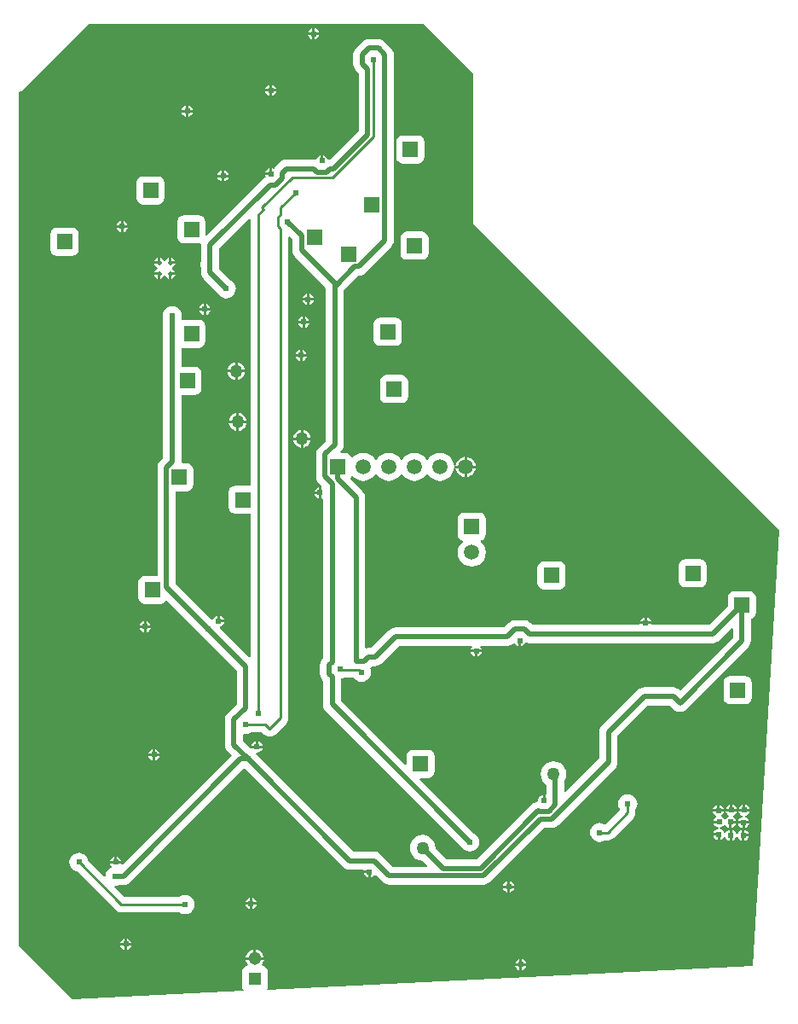
<source format=gbl>
G04 Layer_Physical_Order=2*
G04 Layer_Color=16711680*
%FSLAX25Y25*%
%MOIN*%
G70*
G01*
G75*
%ADD46C,0.01000*%
%ADD47C,0.02000*%
%ADD52C,0.05150*%
%ADD53R,0.05150X0.05150*%
%ADD54R,0.05905X0.05905*%
%ADD55C,0.05905*%
%ADD56R,0.05905X0.05905*%
%ADD57C,0.02400*%
%ADD58C,0.01968*%
%ADD59C,0.05000*%
G36*
X184600Y367200D02*
Y308800D01*
X304300Y189100D01*
X293900Y18700D01*
X104158Y9288D01*
X103911Y9723D01*
X104130Y10050D01*
X104324Y11025D01*
Y16175D01*
X104130Y17150D01*
X103577Y17977D01*
X102750Y18530D01*
X102166Y18646D01*
X101959Y19197D01*
X102323Y19671D01*
X102683Y20541D01*
X102740Y20974D01*
X99200D01*
X95660D01*
X95717Y20541D01*
X96077Y19671D01*
X96441Y19197D01*
X96234Y18646D01*
X95650Y18530D01*
X94823Y17977D01*
X94270Y17150D01*
X94076Y16175D01*
Y11025D01*
X94270Y10050D01*
X94757Y9322D01*
X94603Y8814D01*
X27800Y5500D01*
X7000Y26300D01*
Y360002D01*
X7433Y360253D01*
X7700Y360100D01*
X34100Y386500D01*
X165300D01*
X184600Y367200D01*
D02*
G37*
%LPC*%
G36*
X59300Y100700D02*
X57656D01*
X57728Y100342D01*
X58214Y99614D01*
X58942Y99128D01*
X59300Y99056D01*
Y100700D01*
D02*
G37*
G36*
X291000Y81644D02*
Y80000D01*
X292644D01*
X292572Y80358D01*
X292086Y81086D01*
X291358Y81572D01*
X291000Y81644D01*
D02*
G37*
G36*
X290000D02*
X289642Y81572D01*
X288914Y81086D01*
X288428Y80358D01*
X288356Y80000D01*
X290000D01*
Y81644D01*
D02*
G37*
G36*
X60300Y103344D02*
Y101700D01*
X61944D01*
X61872Y102058D01*
X61386Y102786D01*
X60658Y103272D01*
X60300Y103344D01*
D02*
G37*
G36*
X290953Y131902D02*
X285047D01*
X284072Y131708D01*
X283245Y131155D01*
X282692Y130328D01*
X282498Y129353D01*
Y123447D01*
X282692Y122472D01*
X283245Y121645D01*
X284072Y121092D01*
X285047Y120898D01*
X290953D01*
X291928Y121092D01*
X292755Y121645D01*
X293308Y122472D01*
X293502Y123447D01*
Y129353D01*
X293308Y130328D01*
X292755Y131155D01*
X291928Y131708D01*
X290953Y131902D01*
D02*
G37*
G36*
X61944Y100700D02*
X60300D01*
Y99056D01*
X60658Y99128D01*
X61386Y99614D01*
X61872Y100342D01*
X61944Y100700D01*
D02*
G37*
G36*
X59300Y103344D02*
X58942Y103272D01*
X58214Y102786D01*
X57728Y102058D01*
X57656Y101700D01*
X59300D01*
Y103344D01*
D02*
G37*
G36*
X287644Y79000D02*
X283356D01*
X283428Y78642D01*
X283914Y77914D01*
X284576Y77472D01*
X284586Y77205D01*
X284523Y76951D01*
X284300Y76907D01*
X283572Y76421D01*
X283294Y76005D01*
X282700Y76016D01*
X282386Y76486D01*
X281658Y76972D01*
X281634Y76977D01*
X281528Y77508D01*
X281986Y77814D01*
X282472Y78542D01*
X282544Y78900D01*
X278256D01*
X278328Y78542D01*
X278814Y77814D01*
X279542Y77328D01*
X279566Y77323D01*
X279672Y76792D01*
X279214Y76486D01*
X278728Y75758D01*
X278656Y75400D01*
X280800D01*
Y74400D01*
X278656D01*
X278728Y74042D01*
X279214Y73314D01*
X279942Y72828D01*
X280458Y72725D01*
X280459Y72725D01*
Y72215D01*
X280441Y72211D01*
X279742Y72072D01*
X279014Y71586D01*
X278528Y70858D01*
X278456Y70500D01*
X280600D01*
Y70000D01*
X281100D01*
Y67856D01*
X281458Y67928D01*
X282186Y68414D01*
X282661Y69125D01*
X282736Y69137D01*
X283175Y69106D01*
X283228Y68842D01*
X283714Y68114D01*
X284442Y67628D01*
X284800Y67556D01*
Y69700D01*
Y71844D01*
X284442Y71772D01*
X283714Y71286D01*
X283239Y70575D01*
X283164Y70563D01*
X282725Y70594D01*
X282672Y70858D01*
X282186Y71586D01*
X281458Y72072D01*
X280942Y72175D01*
X280941Y72175D01*
Y72685D01*
X280959Y72689D01*
X281658Y72828D01*
X282386Y73314D01*
X282664Y73730D01*
X283258Y73719D01*
X283572Y73248D01*
X284300Y72762D01*
X284658Y72691D01*
Y74835D01*
X285158D01*
Y75335D01*
X287302D01*
X287231Y75693D01*
X286744Y76421D01*
X286083Y76863D01*
X286072Y77129D01*
X286135Y77383D01*
X286358Y77428D01*
X287086Y77914D01*
X287572Y78642D01*
X287644Y79000D01*
D02*
G37*
G36*
X292644D02*
X288356D01*
X288428Y78642D01*
X288914Y77914D01*
X289642Y77428D01*
X289907Y77375D01*
Y76865D01*
X289442Y76772D01*
X288714Y76286D01*
X288228Y75558D01*
X288156Y75200D01*
X292444D01*
X292372Y75558D01*
X291886Y76286D01*
X291158Y76772D01*
X290893Y76825D01*
Y77335D01*
X291358Y77428D01*
X292086Y77914D01*
X292572Y78642D01*
X292644Y79000D01*
D02*
G37*
G36*
X245000Y85732D02*
X244034Y85605D01*
X243134Y85232D01*
X242361Y84639D01*
X241768Y83866D01*
X241395Y82966D01*
X241268Y82000D01*
X241395Y81034D01*
X241768Y80134D01*
X241974Y79865D01*
Y79753D01*
X236085Y73864D01*
X235866Y74032D01*
X234966Y74405D01*
X234000Y74532D01*
X233034Y74405D01*
X232134Y74032D01*
X231361Y73439D01*
X230768Y72666D01*
X230395Y71766D01*
X230268Y70800D01*
X230395Y69834D01*
X230768Y68934D01*
X231361Y68161D01*
X232134Y67568D01*
X233034Y67195D01*
X234000Y67068D01*
X234966Y67195D01*
X235866Y67568D01*
X236135Y67774D01*
X237300D01*
X238083Y67877D01*
X238813Y68180D01*
X239440Y68660D01*
X247140Y76360D01*
X247140Y76360D01*
X247621Y76987D01*
X247923Y77717D01*
X248026Y78500D01*
Y79865D01*
X248232Y80134D01*
X248605Y81034D01*
X248732Y82000D01*
X248605Y82966D01*
X248232Y83866D01*
X247639Y84639D01*
X246866Y85232D01*
X245966Y85605D01*
X245000Y85732D01*
D02*
G37*
G36*
X279900Y81544D02*
X279542Y81472D01*
X278814Y80986D01*
X278328Y80258D01*
X278256Y79900D01*
X279900D01*
Y81544D01*
D02*
G37*
G36*
X286000Y81644D02*
Y80000D01*
X287644D01*
X287572Y80358D01*
X287086Y81086D01*
X286358Y81572D01*
X286000Y81644D01*
D02*
G37*
G36*
X285000D02*
X284642Y81572D01*
X283914Y81086D01*
X283428Y80358D01*
X283356Y80000D01*
X285000D01*
Y81644D01*
D02*
G37*
G36*
X280900Y81544D02*
Y79900D01*
X282544D01*
X282472Y80258D01*
X281986Y80986D01*
X281258Y81472D01*
X280900Y81544D01*
D02*
G37*
G36*
X186953Y195702D02*
X181047D01*
X180072Y195508D01*
X179245Y194955D01*
X178692Y194128D01*
X178498Y193153D01*
Y187247D01*
X178692Y186272D01*
X179245Y185445D01*
X180072Y184892D01*
X180340Y184839D01*
X180454Y184352D01*
X180111Y184089D01*
X179237Y182950D01*
X178688Y181623D01*
X178500Y180200D01*
X178688Y178777D01*
X179237Y177450D01*
X180111Y176311D01*
X181250Y175437D01*
X182577Y174888D01*
X184000Y174700D01*
X185424Y174888D01*
X186750Y175437D01*
X187889Y176311D01*
X188763Y177450D01*
X189312Y178777D01*
X189500Y180200D01*
X189312Y181623D01*
X188763Y182950D01*
X187889Y184089D01*
X187546Y184352D01*
X187660Y184839D01*
X187928Y184892D01*
X188755Y185445D01*
X189308Y186272D01*
X189502Y187247D01*
Y193153D01*
X189308Y194128D01*
X188755Y194955D01*
X187928Y195508D01*
X186953Y195702D01*
D02*
G37*
G36*
X273353Y177502D02*
X267447D01*
X266472Y177308D01*
X265645Y176755D01*
X265092Y175928D01*
X264898Y174953D01*
Y169047D01*
X265092Y168072D01*
X265645Y167245D01*
X266472Y166692D01*
X267447Y166498D01*
X273353D01*
X274328Y166692D01*
X275155Y167245D01*
X275708Y168072D01*
X275902Y169047D01*
Y174953D01*
X275708Y175928D01*
X275155Y176755D01*
X274328Y177308D01*
X273353Y177502D01*
D02*
G37*
G36*
X218153Y176702D02*
X212247D01*
X211272Y176508D01*
X210445Y175955D01*
X209892Y175128D01*
X209698Y174153D01*
Y168247D01*
X209892Y167272D01*
X210445Y166445D01*
X211272Y165892D01*
X212247Y165698D01*
X218153D01*
X219128Y165892D01*
X219955Y166445D01*
X220508Y167272D01*
X220702Y168247D01*
Y174153D01*
X220508Y175128D01*
X219955Y175955D01*
X219128Y176508D01*
X218153Y176702D01*
D02*
G37*
G36*
X181100Y213100D02*
X177679D01*
X177749Y212568D01*
X178147Y211607D01*
X178781Y210781D01*
X179607Y210147D01*
X180568Y209749D01*
X181100Y209679D01*
Y213100D01*
D02*
G37*
G36*
X182100Y217521D02*
Y214100D01*
X185521D01*
X185451Y214632D01*
X185053Y215593D01*
X184419Y216419D01*
X183593Y217053D01*
X182632Y217451D01*
X182100Y217521D01*
D02*
G37*
G36*
X181100D02*
X180568Y217451D01*
X179607Y217053D01*
X178781Y216419D01*
X178147Y215593D01*
X177749Y214632D01*
X177679Y214100D01*
X181100D01*
Y217521D01*
D02*
G37*
G36*
X185521Y213100D02*
X182100D01*
Y209679D01*
X182632Y209749D01*
X183593Y210147D01*
X184419Y210781D01*
X185053Y211607D01*
X185451Y212568D01*
X185521Y213100D01*
D02*
G37*
G36*
X55800Y153344D02*
X55442Y153272D01*
X54714Y152786D01*
X54228Y152058D01*
X54156Y151700D01*
X55800D01*
Y153344D01*
D02*
G37*
G36*
X58444Y150700D02*
X56800D01*
Y149056D01*
X57158Y149128D01*
X57886Y149614D01*
X58372Y150342D01*
X58444Y150700D01*
D02*
G37*
G36*
X55800D02*
X54156D01*
X54228Y150342D01*
X54714Y149614D01*
X55442Y149128D01*
X55800Y149056D01*
Y150700D01*
D02*
G37*
G36*
X56800Y153344D02*
Y151700D01*
X58444D01*
X58372Y152058D01*
X57886Y152786D01*
X57158Y153272D01*
X56800Y153344D01*
D02*
G37*
G36*
X85500Y155544D02*
Y153900D01*
X87144D01*
X87072Y154258D01*
X86586Y154986D01*
X85858Y155472D01*
X85500Y155544D01*
D02*
G37*
G36*
X252500Y154844D02*
Y153200D01*
X254144D01*
X254072Y153558D01*
X253586Y154286D01*
X252858Y154772D01*
X252500Y154844D01*
D02*
G37*
G36*
X251500D02*
X251142Y154772D01*
X250414Y154286D01*
X249928Y153558D01*
X249856Y153200D01*
X251500D01*
Y154844D01*
D02*
G37*
G36*
X49300Y29344D02*
Y27700D01*
X50944D01*
X50872Y28058D01*
X50386Y28786D01*
X49658Y29272D01*
X49300Y29344D01*
D02*
G37*
G36*
X48300D02*
X47942Y29272D01*
X47214Y28786D01*
X46728Y28058D01*
X46656Y27700D01*
X48300D01*
Y29344D01*
D02*
G37*
G36*
X50944Y26700D02*
X49300D01*
Y25056D01*
X49658Y25128D01*
X50386Y25614D01*
X50872Y26342D01*
X50944Y26700D01*
D02*
G37*
G36*
X97200Y42600D02*
X95556D01*
X95628Y42242D01*
X96114Y41514D01*
X96842Y41028D01*
X97200Y40956D01*
Y42600D01*
D02*
G37*
G36*
X98200Y45244D02*
Y43600D01*
X99844D01*
X99772Y43958D01*
X99286Y44686D01*
X98558Y45172D01*
X98200Y45244D01*
D02*
G37*
G36*
X97200D02*
X96842Y45172D01*
X96114Y44686D01*
X95628Y43958D01*
X95556Y43600D01*
X97200D01*
Y45244D01*
D02*
G37*
G36*
X99844Y42600D02*
X98200D01*
Y40956D01*
X98558Y41028D01*
X99286Y41514D01*
X99772Y42242D01*
X99844Y42600D01*
D02*
G37*
G36*
X202700Y21344D02*
X202342Y21272D01*
X201614Y20786D01*
X201128Y20058D01*
X201056Y19700D01*
X202700D01*
Y21344D01*
D02*
G37*
G36*
X205344Y18700D02*
X203700D01*
Y17056D01*
X204058Y17128D01*
X204786Y17614D01*
X205272Y18342D01*
X205344Y18700D01*
D02*
G37*
G36*
X202700D02*
X201056D01*
X201128Y18342D01*
X201614Y17614D01*
X202342Y17128D01*
X202700Y17056D01*
Y18700D01*
D02*
G37*
G36*
X203700Y21344D02*
Y19700D01*
X205344D01*
X205272Y20058D01*
X204786Y20786D01*
X204058Y21272D01*
X203700Y21344D01*
D02*
G37*
G36*
X48300Y26700D02*
X46656D01*
X46728Y26342D01*
X47214Y25614D01*
X47942Y25128D01*
X48300Y25056D01*
Y26700D01*
D02*
G37*
G36*
X99700Y25014D02*
Y21974D01*
X102740D01*
X102683Y22407D01*
X102323Y23277D01*
X101750Y24024D01*
X101003Y24597D01*
X100133Y24957D01*
X99700Y25014D01*
D02*
G37*
G36*
X98700D02*
X98267Y24957D01*
X97397Y24597D01*
X96650Y24024D01*
X96077Y23277D01*
X95717Y22407D01*
X95660Y21974D01*
X98700D01*
Y25014D01*
D02*
G37*
G36*
X289700Y71844D02*
X289342Y71772D01*
X288614Y71286D01*
X288128Y70558D01*
X288008Y69957D01*
X288005Y69941D01*
X287495D01*
X287492Y69957D01*
X287372Y70558D01*
X286886Y71286D01*
X286158Y71772D01*
X285800Y71844D01*
Y69700D01*
Y67556D01*
X286158Y67628D01*
X286886Y68114D01*
X287372Y68842D01*
X287492Y69443D01*
X287495Y69459D01*
X288005D01*
X288008Y69443D01*
X288128Y68842D01*
X288614Y68114D01*
X289342Y67628D01*
X289700Y67556D01*
Y69700D01*
Y71844D01*
D02*
G37*
G36*
X280100Y69500D02*
X278456D01*
X278528Y69142D01*
X279014Y68414D01*
X279742Y67928D01*
X280100Y67856D01*
Y69500D01*
D02*
G37*
G36*
X292344Y69200D02*
X290700D01*
Y67556D01*
X291058Y67628D01*
X291786Y68114D01*
X292272Y68842D01*
X292344Y69200D01*
D02*
G37*
G36*
X290700Y71844D02*
Y70200D01*
X292344D01*
X292272Y70558D01*
X291786Y71286D01*
X291058Y71772D01*
X290700Y71844D01*
D02*
G37*
G36*
X287302Y74335D02*
X285658D01*
Y72691D01*
X286017Y72762D01*
X286744Y73248D01*
X287231Y73976D01*
X287302Y74335D01*
D02*
G37*
G36*
X292444Y74200D02*
X290800D01*
Y72556D01*
X291158Y72628D01*
X291886Y73114D01*
X292372Y73842D01*
X292444Y74200D01*
D02*
G37*
G36*
X289800D02*
X288156D01*
X288228Y73842D01*
X288714Y73114D01*
X289442Y72628D01*
X289800Y72556D01*
Y74200D01*
D02*
G37*
G36*
X197900Y51744D02*
X197542Y51672D01*
X196814Y51186D01*
X196328Y50458D01*
X196256Y50100D01*
X197900D01*
Y51744D01*
D02*
G37*
G36*
X200544Y49100D02*
X198900D01*
Y47456D01*
X199258Y47528D01*
X199986Y48014D01*
X200472Y48742D01*
X200544Y49100D01*
D02*
G37*
G36*
X197900D02*
X196256D01*
X196328Y48742D01*
X196814Y48014D01*
X197542Y47528D01*
X197900Y47456D01*
Y49100D01*
D02*
G37*
G36*
X198900Y51744D02*
Y50100D01*
X200544D01*
X200472Y50458D01*
X199986Y51186D01*
X199258Y51672D01*
X198900Y51744D01*
D02*
G37*
G36*
X45300Y61344D02*
Y59700D01*
X46944D01*
X46872Y60058D01*
X46386Y60786D01*
X45658Y61272D01*
X45300Y61344D01*
D02*
G37*
G36*
X44300D02*
X43942Y61272D01*
X43214Y60786D01*
X42728Y60058D01*
X42656Y59700D01*
X44300D01*
Y61344D01*
D02*
G37*
G36*
X143500Y54900D02*
X141856D01*
X141928Y54542D01*
X142414Y53814D01*
X143142Y53328D01*
X143500Y53256D01*
Y54900D01*
D02*
G37*
G36*
X92000Y230700D02*
X89036D01*
X89090Y230286D01*
X89443Y229435D01*
X90004Y228704D01*
X90735Y228143D01*
X91586Y227790D01*
X92000Y227736D01*
Y230700D01*
D02*
G37*
G36*
X81744Y274700D02*
X80100D01*
Y273056D01*
X80458Y273128D01*
X81186Y273614D01*
X81672Y274342D01*
X81744Y274700D01*
D02*
G37*
G36*
X79100D02*
X77456D01*
X77528Y274342D01*
X78014Y273614D01*
X78742Y273128D01*
X79100Y273056D01*
Y274700D01*
D02*
G37*
G36*
Y277344D02*
X78742Y277272D01*
X78014Y276786D01*
X77528Y276058D01*
X77456Y275700D01*
X79100D01*
Y277344D01*
D02*
G37*
G36*
X86300Y326800D02*
X84656D01*
X84728Y326442D01*
X85214Y325714D01*
X85942Y325228D01*
X86300Y325156D01*
Y326800D01*
D02*
G37*
G36*
X80100Y277344D02*
Y275700D01*
X81744D01*
X81672Y276058D01*
X81186Y276786D01*
X80458Y277272D01*
X80100Y277344D01*
D02*
G37*
G36*
X88944Y326800D02*
X87300D01*
Y325156D01*
X87658Y325228D01*
X88386Y325714D01*
X88872Y326442D01*
X88944Y326800D01*
D02*
G37*
G36*
X162953Y343102D02*
X157047D01*
X156072Y342908D01*
X155245Y342355D01*
X154692Y341528D01*
X154498Y340553D01*
Y334647D01*
X154692Y333672D01*
X155245Y332845D01*
X156072Y332292D01*
X157047Y332098D01*
X162953D01*
X163928Y332292D01*
X164755Y332845D01*
X165308Y333672D01*
X165502Y334647D01*
Y340553D01*
X165308Y341528D01*
X164755Y342355D01*
X163928Y342908D01*
X162953Y343102D01*
D02*
G37*
G36*
X49444Y307000D02*
X47800D01*
Y305356D01*
X48158Y305428D01*
X48886Y305914D01*
X49372Y306642D01*
X49444Y307000D01*
D02*
G37*
G36*
X104900Y330244D02*
X104542Y330172D01*
X103814Y329686D01*
X103328Y328958D01*
X103256Y328600D01*
X104900D01*
Y330244D01*
D02*
G37*
G36*
X86300Y329444D02*
X85942Y329372D01*
X85214Y328886D01*
X84728Y328158D01*
X84656Y327800D01*
X86300D01*
Y329444D01*
D02*
G37*
G36*
X87300D02*
Y327800D01*
X88944D01*
X88872Y328158D01*
X88386Y328886D01*
X87658Y329372D01*
X87300Y329444D01*
D02*
G37*
G36*
X65665Y295289D02*
X65391Y295234D01*
X64735Y294796D01*
X64296Y294140D01*
X64255Y293932D01*
X63745D01*
X63704Y294140D01*
X63265Y294796D01*
X62609Y295234D01*
X62335Y295289D01*
Y293365D01*
X61835D01*
Y292865D01*
X59911D01*
X59965Y292591D01*
X60404Y291935D01*
X61060Y291496D01*
X61268Y291455D01*
Y290945D01*
X61060Y290904D01*
X60404Y290465D01*
X59965Y289809D01*
X59911Y289535D01*
X61835D01*
Y289035D01*
X62335D01*
Y287111D01*
X62609Y287165D01*
X63265Y287604D01*
X63704Y288260D01*
X63745Y288468D01*
X64255D01*
X64296Y288260D01*
X64735Y287604D01*
X65391Y287165D01*
X65665Y287111D01*
Y289035D01*
X66165D01*
Y289535D01*
X68089D01*
X68034Y289809D01*
X67596Y290465D01*
X66940Y290904D01*
X66732Y290945D01*
Y291455D01*
X66940Y291496D01*
X67596Y291935D01*
X68034Y292591D01*
X68089Y292865D01*
X66165D01*
Y293365D01*
X65665D01*
Y295289D01*
D02*
G37*
G36*
X66665D02*
Y293865D01*
X68089D01*
X68034Y294140D01*
X67596Y294796D01*
X66940Y295234D01*
X66665Y295289D01*
D02*
G37*
G36*
X164553Y305502D02*
X158647D01*
X157672Y305308D01*
X156845Y304755D01*
X156292Y303928D01*
X156098Y302953D01*
Y297047D01*
X156292Y296072D01*
X156845Y295245D01*
X157672Y294692D01*
X158647Y294498D01*
X164553D01*
X165528Y294692D01*
X166355Y295245D01*
X166908Y296072D01*
X167102Y297047D01*
Y302953D01*
X166908Y303928D01*
X166355Y304755D01*
X165528Y305308D01*
X164553Y305502D01*
D02*
G37*
G36*
X46800Y307000D02*
X45156D01*
X45228Y306642D01*
X45714Y305914D01*
X46442Y305428D01*
X46800Y305356D01*
Y307000D01*
D02*
G37*
G36*
X27753Y307002D02*
X21847D01*
X20872Y306808D01*
X20045Y306255D01*
X19492Y305428D01*
X19298Y304453D01*
Y298547D01*
X19492Y297572D01*
X20045Y296745D01*
X20872Y296192D01*
X21847Y295998D01*
X27753D01*
X28728Y296192D01*
X29555Y296745D01*
X30108Y297572D01*
X30302Y298547D01*
Y304453D01*
X30108Y305428D01*
X29555Y306255D01*
X28728Y306808D01*
X27753Y307002D01*
D02*
G37*
G36*
X61335Y295289D02*
X61060Y295234D01*
X60404Y294796D01*
X59965Y294140D01*
X59911Y293865D01*
X61335D01*
Y295289D01*
D02*
G37*
G36*
X47800Y309644D02*
Y308000D01*
X49444D01*
X49372Y308358D01*
X48886Y309086D01*
X48158Y309572D01*
X47800Y309644D01*
D02*
G37*
G36*
X61353Y327102D02*
X55447D01*
X54472Y326908D01*
X53645Y326355D01*
X53092Y325528D01*
X52898Y324553D01*
Y318647D01*
X53092Y317672D01*
X53645Y316845D01*
X54472Y316292D01*
X55447Y316098D01*
X61353D01*
X62328Y316292D01*
X63155Y316845D01*
X63708Y317672D01*
X63902Y318647D01*
Y324553D01*
X63708Y325528D01*
X63155Y326355D01*
X62328Y326908D01*
X61353Y327102D01*
D02*
G37*
G36*
X46800Y309644D02*
X46442Y309572D01*
X45714Y309086D01*
X45228Y308358D01*
X45156Y308000D01*
X46800D01*
Y309644D01*
D02*
G37*
G36*
X68089Y288535D02*
X66665D01*
Y287111D01*
X66940Y287165D01*
X67596Y287604D01*
X68034Y288260D01*
X68089Y288535D01*
D02*
G37*
G36*
X61335D02*
X59911D01*
X59965Y288260D01*
X60404Y287604D01*
X61060Y287165D01*
X61335Y287111D01*
Y288535D01*
D02*
G37*
G36*
X156553Y249502D02*
X150647D01*
X149672Y249308D01*
X148845Y248755D01*
X148292Y247928D01*
X148098Y246953D01*
Y241047D01*
X148292Y240072D01*
X148845Y239245D01*
X149672Y238692D01*
X150647Y238498D01*
X156553D01*
X157528Y238692D01*
X158355Y239245D01*
X158908Y240072D01*
X159102Y241047D01*
Y246953D01*
X158908Y247928D01*
X158355Y248755D01*
X157528Y249308D01*
X156553Y249502D01*
D02*
G37*
G36*
X93000Y234664D02*
Y231700D01*
X95964D01*
X95910Y232114D01*
X95557Y232965D01*
X94996Y233696D01*
X94265Y234257D01*
X93414Y234610D01*
X93000Y234664D01*
D02*
G37*
G36*
X105900Y362844D02*
Y361200D01*
X107544D01*
X107472Y361558D01*
X106986Y362286D01*
X106258Y362772D01*
X105900Y362844D01*
D02*
G37*
G36*
X91400Y250500D02*
X88436D01*
X88490Y250086D01*
X88843Y249235D01*
X89404Y248504D01*
X90135Y247943D01*
X90986Y247590D01*
X91400Y247536D01*
Y250500D01*
D02*
G37*
G36*
X104900Y362844D02*
X104542Y362772D01*
X103814Y362286D01*
X103328Y361558D01*
X103256Y361200D01*
X104900D01*
Y362844D01*
D02*
G37*
G36*
X92000Y234664D02*
X91586Y234610D01*
X90735Y234257D01*
X90004Y233696D01*
X89443Y232965D01*
X89090Y232114D01*
X89036Y231700D01*
X92000D01*
Y234664D01*
D02*
G37*
G36*
X121700Y384944D02*
X121342Y384872D01*
X120614Y384386D01*
X120128Y383658D01*
X120056Y383300D01*
X121700D01*
Y384944D01*
D02*
G37*
G36*
X122700D02*
Y383300D01*
X124344D01*
X124272Y383658D01*
X123786Y384386D01*
X123058Y384872D01*
X122700Y384944D01*
D02*
G37*
G36*
X124344Y382300D02*
X122700D01*
Y380656D01*
X123058Y380728D01*
X123786Y381214D01*
X124272Y381942D01*
X124344Y382300D01*
D02*
G37*
G36*
X95964Y230700D02*
X93000D01*
Y227736D01*
X93414Y227790D01*
X94265Y228143D01*
X94996Y228704D01*
X95557Y229435D01*
X95910Y230286D01*
X95964Y230700D01*
D02*
G37*
G36*
X121700Y382300D02*
X120056D01*
X120128Y381942D01*
X120614Y381214D01*
X121342Y380728D01*
X121700Y380656D01*
Y382300D01*
D02*
G37*
G36*
X154153Y271902D02*
X148247D01*
X147272Y271708D01*
X146445Y271155D01*
X145892Y270328D01*
X145698Y269353D01*
Y263447D01*
X145892Y262472D01*
X146445Y261645D01*
X147272Y261092D01*
X148247Y260898D01*
X154153D01*
X155128Y261092D01*
X155955Y261645D01*
X156508Y262472D01*
X156702Y263447D01*
Y269353D01*
X156508Y270328D01*
X155955Y271155D01*
X155128Y271708D01*
X154153Y271902D01*
D02*
G37*
G36*
X72300Y354744D02*
X71942Y354672D01*
X71214Y354186D01*
X70728Y353458D01*
X70656Y353100D01*
X72300D01*
Y354744D01*
D02*
G37*
G36*
X74944Y352100D02*
X73300D01*
Y350456D01*
X73658Y350528D01*
X74386Y351014D01*
X74872Y351742D01*
X74944Y352100D01*
D02*
G37*
G36*
X147423Y380730D02*
X143732D01*
X142818Y380610D01*
X141967Y380257D01*
X141236Y379696D01*
X141085Y379500D01*
X138704Y377119D01*
X138143Y376388D01*
X137790Y375536D01*
X137670Y374623D01*
Y370977D01*
X137790Y370064D01*
X138143Y369212D01*
X138704Y368481D01*
X139770Y367415D01*
Y344915D01*
X128479Y333625D01*
X127609Y333510D01*
X127578Y333526D01*
X127472Y334058D01*
X126986Y334786D01*
X126258Y335272D01*
X125900Y335344D01*
Y333200D01*
X124900D01*
Y335344D01*
X124542Y335272D01*
X123814Y334786D01*
X123328Y334058D01*
X123222Y333526D01*
X123191Y333510D01*
X122277Y333630D01*
X111500D01*
X110586Y333510D01*
X109735Y333157D01*
X109004Y332596D01*
X107304Y330896D01*
X106743Y330165D01*
X106417Y330066D01*
X106258Y330172D01*
X105900Y330244D01*
Y328100D01*
X105400D01*
Y327600D01*
X103256D01*
X103328Y327242D01*
X103434Y327083D01*
X103335Y326757D01*
X102604Y326196D01*
X80364Y303956D01*
X79902Y304148D01*
Y309353D01*
X79708Y310328D01*
X79155Y311155D01*
X78328Y311708D01*
X77353Y311902D01*
X71447D01*
X70472Y311708D01*
X69645Y311155D01*
X69092Y310328D01*
X68898Y309353D01*
Y303447D01*
X69092Y302472D01*
X69645Y301645D01*
X70472Y301092D01*
X71447Y300898D01*
X77353D01*
X77742Y300976D01*
X78115Y300540D01*
X78070Y300200D01*
Y293946D01*
X77995Y293766D01*
X77868Y292800D01*
X77995Y291834D01*
X78070Y291654D01*
Y289600D01*
X78190Y288686D01*
X78543Y287835D01*
X79104Y287104D01*
X84693Y281514D01*
X84768Y281334D01*
X85361Y280561D01*
X86134Y279968D01*
X87034Y279595D01*
X88000Y279468D01*
X88966Y279595D01*
X89866Y279968D01*
X90639Y280561D01*
X91232Y281334D01*
X91605Y282234D01*
X91732Y283200D01*
X91605Y284166D01*
X91232Y285066D01*
X90639Y285839D01*
X89866Y286432D01*
X89686Y286507D01*
X85130Y291062D01*
Y291654D01*
X85205Y291834D01*
X85332Y292800D01*
X85205Y293766D01*
X85130Y293946D01*
Y298738D01*
X97012Y310620D01*
X97474Y310428D01*
Y206401D01*
X97353Y206302D01*
X91447D01*
X90472Y206108D01*
X89645Y205555D01*
X89092Y204728D01*
X88898Y203753D01*
Y197847D01*
X89092Y196872D01*
X89645Y196045D01*
X90472Y195492D01*
X91447Y195298D01*
X97353D01*
X97474Y195199D01*
Y139372D01*
X97012Y139180D01*
X85405Y150788D01*
X85550Y151266D01*
X85858Y151328D01*
X86586Y151814D01*
X87072Y152542D01*
X87144Y152900D01*
X85000D01*
Y153400D01*
X84500D01*
Y155544D01*
X84142Y155472D01*
X83414Y154986D01*
X82928Y154258D01*
X82889Y154062D01*
X82768Y153956D01*
X82338Y153855D01*
X68177Y168015D01*
Y204098D01*
X72553D01*
X73528Y204292D01*
X74355Y204845D01*
X74908Y205672D01*
X75102Y206647D01*
Y212553D01*
X74908Y213528D01*
X74355Y214355D01*
X73528Y214908D01*
X72553Y215102D01*
X70739D01*
X70410Y215478D01*
X70430Y215634D01*
Y241698D01*
X75753D01*
X76728Y241892D01*
X77555Y242445D01*
X78108Y243272D01*
X78302Y244247D01*
Y250153D01*
X78108Y251128D01*
X77555Y251955D01*
X76728Y252508D01*
X75753Y252702D01*
X70430D01*
Y259791D01*
X70930Y260201D01*
X71447Y260098D01*
X77353D01*
X78328Y260292D01*
X79155Y260845D01*
X79708Y261672D01*
X79902Y262647D01*
Y268553D01*
X79708Y269528D01*
X79155Y270355D01*
X78328Y270908D01*
X77353Y271102D01*
X71447D01*
X70930Y270999D01*
X70430Y271409D01*
Y271454D01*
X70505Y271634D01*
X70632Y272600D01*
X70505Y273566D01*
X70132Y274466D01*
X69539Y275239D01*
X68766Y275832D01*
X67866Y276205D01*
X66900Y276332D01*
X65934Y276205D01*
X65034Y275832D01*
X64261Y275239D01*
X63668Y274466D01*
X63295Y273566D01*
X63168Y272600D01*
X63295Y271634D01*
X63370Y271454D01*
Y217096D01*
X62151Y215877D01*
X61590Y215146D01*
X61237Y214295D01*
X61117Y213381D01*
Y171102D01*
X56247D01*
X55272Y170908D01*
X54445Y170355D01*
X53892Y169528D01*
X53698Y168553D01*
Y162647D01*
X53892Y161672D01*
X54445Y160845D01*
X55272Y160292D01*
X56247Y160098D01*
X62153D01*
X63128Y160292D01*
X63955Y160845D01*
X64236Y161265D01*
X64879Y161328D01*
X77494Y148714D01*
X77568Y148534D01*
X78161Y147761D01*
X78934Y147168D01*
X79114Y147093D01*
X92070Y134138D01*
Y120885D01*
X88504Y117319D01*
X87943Y116588D01*
X87590Y115736D01*
X87470Y114822D01*
Y105100D01*
X87590Y104186D01*
X87943Y103335D01*
X88504Y102604D01*
X90158Y100950D01*
X47428Y58221D01*
X46902Y58350D01*
X46880Y58379D01*
X46944Y58700D01*
X42656D01*
X42728Y58342D01*
X43183Y57659D01*
X43202Y57554D01*
X43105Y57086D01*
X42734Y56932D01*
X41961Y56339D01*
X41368Y55566D01*
X40995Y54666D01*
X40870Y53716D01*
X40721Y53604D01*
X40423Y53457D01*
X34049Y59830D01*
X34005Y60166D01*
X33632Y61066D01*
X33039Y61839D01*
X32266Y62432D01*
X31366Y62805D01*
X30400Y62932D01*
X29434Y62805D01*
X28534Y62432D01*
X27761Y61839D01*
X27168Y61066D01*
X26795Y60166D01*
X26668Y59200D01*
X26795Y58234D01*
X27168Y57334D01*
X27761Y56561D01*
X28534Y55968D01*
X29434Y55595D01*
X29770Y55551D01*
X44760Y40560D01*
X44760Y40560D01*
X45387Y40080D01*
X46117Y39777D01*
X46900Y39674D01*
X69766D01*
X70034Y39468D01*
X70934Y39095D01*
X71900Y38968D01*
X72866Y39095D01*
X73766Y39468D01*
X74539Y40061D01*
X75132Y40834D01*
X75505Y41734D01*
X75632Y42700D01*
X75505Y43666D01*
X75132Y44566D01*
X74539Y45339D01*
X73766Y45932D01*
X72866Y46305D01*
X71900Y46432D01*
X70934Y46305D01*
X70034Y45932D01*
X69766Y45726D01*
X48153D01*
X44357Y49523D01*
X44504Y49821D01*
X44616Y49970D01*
X45566Y50095D01*
X45746Y50170D01*
X47900D01*
X48814Y50290D01*
X49665Y50643D01*
X50396Y51204D01*
X95150Y95957D01*
X133804Y57304D01*
X134535Y56743D01*
X135386Y56390D01*
X136300Y56270D01*
X141420D01*
X141724Y55900D01*
X144000D01*
Y55400D01*
X144500D01*
Y53256D01*
X144858Y53328D01*
X145586Y53814D01*
X145796Y54127D01*
X146439Y54191D01*
X149226Y51404D01*
X149957Y50843D01*
X150809Y50490D01*
X151723Y50370D01*
X188560D01*
X189473Y50490D01*
X190325Y50843D01*
X191056Y51404D01*
X212222Y72570D01*
X215282D01*
X216196Y72690D01*
X217047Y73043D01*
X217778Y73604D01*
X239896Y95722D01*
X240457Y96453D01*
X240810Y97304D01*
X240930Y98218D01*
Y108538D01*
X252862Y120470D01*
X258154D01*
X258334Y120395D01*
X259300Y120268D01*
X260266Y120395D01*
X260446Y120470D01*
X261338D01*
X262904Y118904D01*
X263635Y118343D01*
X264486Y117990D01*
X265400Y117870D01*
X266314Y117990D01*
X267165Y118343D01*
X267896Y118904D01*
X292096Y143104D01*
X292657Y143835D01*
X293010Y144686D01*
X293130Y145600D01*
Y154213D01*
X293528Y154292D01*
X294355Y154845D01*
X294908Y155672D01*
X295102Y156647D01*
Y162553D01*
X294908Y163528D01*
X294355Y164355D01*
X293528Y164908D01*
X292553Y165102D01*
X286647D01*
X285672Y164908D01*
X284845Y164355D01*
X284292Y163528D01*
X284098Y162553D01*
Y159091D01*
X276838Y151830D01*
X254580D01*
X254276Y152200D01*
X249724D01*
X249420Y151830D01*
X207926D01*
X207060Y152696D01*
X206329Y153257D01*
X205477Y153610D01*
X204563Y153730D01*
X200919D01*
X200005Y153610D01*
X199153Y153257D01*
X198422Y152696D01*
X196556Y150830D01*
X186046D01*
X185866Y150905D01*
X184900Y151032D01*
X183934Y150905D01*
X183754Y150830D01*
X154100D01*
X153186Y150710D01*
X152335Y150357D01*
X151604Y149796D01*
X144638Y142830D01*
X143500D01*
X142830Y142742D01*
X142330Y143096D01*
Y201626D01*
X142210Y202539D01*
X141857Y203391D01*
X141296Y204122D01*
X136443Y208976D01*
X136908Y209672D01*
X136961Y209940D01*
X137448Y210054D01*
X137711Y209711D01*
X138850Y208837D01*
X140176Y208288D01*
X141600Y208100D01*
X143024Y208288D01*
X144350Y208837D01*
X145489Y209711D01*
X146319Y210793D01*
X146600Y210824D01*
X146881Y210793D01*
X147711Y209711D01*
X148850Y208837D01*
X150177Y208288D01*
X151600Y208100D01*
X153024Y208288D01*
X154350Y208837D01*
X155489Y209711D01*
X156319Y210793D01*
X156600Y210824D01*
X156881Y210793D01*
X157711Y209711D01*
X158850Y208837D01*
X160177Y208288D01*
X161600Y208100D01*
X163023Y208288D01*
X164350Y208837D01*
X165489Y209711D01*
X166319Y210793D01*
X166600Y210824D01*
X166881Y210793D01*
X167711Y209711D01*
X168850Y208837D01*
X170176Y208288D01*
X171600Y208100D01*
X173023Y208288D01*
X174350Y208837D01*
X175489Y209711D01*
X176363Y210850D01*
X176912Y212176D01*
X177100Y213600D01*
X176912Y215023D01*
X176363Y216350D01*
X175489Y217489D01*
X174350Y218363D01*
X173023Y218912D01*
X171600Y219100D01*
X170176Y218912D01*
X168850Y218363D01*
X167711Y217489D01*
X166881Y216407D01*
X166600Y216376D01*
X166319Y216407D01*
X165489Y217489D01*
X164350Y218363D01*
X163023Y218912D01*
X161600Y219100D01*
X160177Y218912D01*
X158850Y218363D01*
X157711Y217489D01*
X156881Y216407D01*
X156600Y216376D01*
X156319Y216407D01*
X155489Y217489D01*
X154350Y218363D01*
X153024Y218912D01*
X151600Y219100D01*
X150177Y218912D01*
X148850Y218363D01*
X147711Y217489D01*
X146881Y216407D01*
X146600Y216376D01*
X146319Y216407D01*
X145489Y217489D01*
X144350Y218363D01*
X143024Y218912D01*
X141600Y219100D01*
X140176Y218912D01*
X138850Y218363D01*
X137711Y217489D01*
X137448Y217146D01*
X136961Y217260D01*
X136908Y217528D01*
X136355Y218355D01*
X135528Y218908D01*
X134553Y219102D01*
X132842D01*
X132651Y219564D01*
X132896Y219809D01*
X133457Y220540D01*
X133810Y221392D01*
X133930Y222305D01*
Y282538D01*
X139709Y288317D01*
X139781D01*
X140695Y288437D01*
X141546Y288790D01*
X142277Y289351D01*
X152496Y299570D01*
X153057Y300301D01*
X153410Y301152D01*
X153530Y302066D01*
Y374623D01*
X153410Y375536D01*
X153057Y376388D01*
X152496Y377119D01*
X149919Y379696D01*
X149188Y380257D01*
X148336Y380610D01*
X147423Y380730D01*
D02*
G37*
G36*
X72300Y352100D02*
X70656D01*
X70728Y351742D01*
X71214Y351014D01*
X71942Y350528D01*
X72300Y350456D01*
Y352100D01*
D02*
G37*
G36*
X73300Y354744D02*
Y353100D01*
X74944D01*
X74872Y353458D01*
X74386Y354186D01*
X73658Y354672D01*
X73300Y354744D01*
D02*
G37*
G36*
X91400Y254464D02*
X90986Y254410D01*
X90135Y254057D01*
X89404Y253496D01*
X88843Y252765D01*
X88490Y251914D01*
X88436Y251500D01*
X91400D01*
Y254464D01*
D02*
G37*
G36*
X95364Y250500D02*
X92400D01*
Y247536D01*
X92814Y247590D01*
X93665Y247943D01*
X94396Y248504D01*
X94957Y249235D01*
X95310Y250086D01*
X95364Y250500D01*
D02*
G37*
G36*
X92400Y254464D02*
Y251500D01*
X95364D01*
X95310Y251914D01*
X94957Y252765D01*
X94396Y253496D01*
X93665Y254057D01*
X92814Y254410D01*
X92400Y254464D01*
D02*
G37*
G36*
X104900Y360200D02*
X103256D01*
X103328Y359842D01*
X103814Y359114D01*
X104542Y358628D01*
X104900Y358556D01*
Y360200D01*
D02*
G37*
G36*
X107544D02*
X105900D01*
Y358556D01*
X106258Y358628D01*
X106986Y359114D01*
X107472Y359842D01*
X107544Y360200D01*
D02*
G37*
%LPD*%
G36*
X113917Y302490D02*
Y298247D01*
X114037Y297334D01*
X114390Y296482D01*
X114951Y295751D01*
X126672Y284030D01*
X126668Y284000D01*
X126795Y283034D01*
X126870Y282854D01*
Y223768D01*
X124151Y221049D01*
X123590Y220318D01*
X123237Y219466D01*
X123117Y218553D01*
Y209819D01*
X123237Y208905D01*
X123590Y208054D01*
X124151Y207323D01*
X125350Y206124D01*
X125200Y205843D01*
Y203500D01*
Y201356D01*
X125370Y201390D01*
X125870Y201080D01*
Y138874D01*
X125715Y138719D01*
X125154Y137988D01*
X124801Y137137D01*
X124681Y136223D01*
Y132744D01*
X124801Y131830D01*
X125154Y130979D01*
X125715Y130248D01*
X125870Y130093D01*
Y120900D01*
X125990Y119986D01*
X126343Y119135D01*
X126904Y118404D01*
X179894Y65414D01*
X179968Y65234D01*
X180561Y64461D01*
X181334Y63868D01*
X182234Y63495D01*
X183200Y63368D01*
X184166Y63495D01*
X185066Y63868D01*
X185839Y64461D01*
X186432Y65234D01*
X186805Y66134D01*
X186932Y67100D01*
X186805Y68066D01*
X186432Y68966D01*
X185839Y69739D01*
X185066Y70332D01*
X184886Y70407D01*
X163656Y91636D01*
X163847Y92098D01*
X166953D01*
X167928Y92292D01*
X168755Y92845D01*
X169308Y93672D01*
X169502Y94647D01*
Y100553D01*
X169308Y101528D01*
X168755Y102355D01*
X167928Y102908D01*
X166953Y103102D01*
X161047D01*
X160072Y102908D01*
X159245Y102355D01*
X158692Y101528D01*
X158498Y100553D01*
Y97448D01*
X158036Y97256D01*
X132930Y122362D01*
Y130820D01*
X133377Y130879D01*
X134277Y131252D01*
X134306Y131274D01*
X137867D01*
X138261Y130761D01*
X139034Y130168D01*
X139934Y129795D01*
X140900Y129668D01*
X141866Y129795D01*
X142766Y130168D01*
X143539Y130761D01*
X144132Y131534D01*
X144505Y132434D01*
X144632Y133400D01*
X144505Y134366D01*
X144223Y135047D01*
X144296Y135104D01*
X144962Y135770D01*
X146100D01*
X147014Y135890D01*
X147865Y136243D01*
X148596Y136804D01*
X155562Y143770D01*
X183754D01*
X183934Y143695D01*
X183985Y143689D01*
X184133Y143165D01*
X183728Y142558D01*
X183656Y142200D01*
X187944D01*
X187872Y142558D01*
X187397Y143270D01*
X187441Y143499D01*
X187523Y143770D01*
X198019D01*
X198932Y143890D01*
X199784Y144243D01*
X200280Y144623D01*
X200869Y144577D01*
X200945Y144527D01*
X201155Y144214D01*
X201883Y143728D01*
X202241Y143656D01*
Y145800D01*
X203241D01*
Y143656D01*
X203599Y143728D01*
X204327Y144214D01*
X204813Y144942D01*
X205081Y145084D01*
X205550Y144890D01*
X206464Y144770D01*
X206464Y144770D01*
X278300D01*
X279214Y144890D01*
X280065Y145243D01*
X280796Y145804D01*
X285608Y150615D01*
X286070Y150424D01*
Y147062D01*
X265400Y126392D01*
X265296Y126496D01*
X264565Y127057D01*
X263714Y127410D01*
X262800Y127530D01*
X260446D01*
X260266Y127605D01*
X259300Y127732D01*
X258334Y127605D01*
X258154Y127530D01*
X251400D01*
X250486Y127410D01*
X249635Y127057D01*
X248904Y126496D01*
X234904Y112496D01*
X234343Y111765D01*
X233990Y110914D01*
X233870Y110000D01*
Y99680D01*
X220692Y86502D01*
X220230Y86694D01*
Y90899D01*
X220368Y91078D01*
X220871Y92295D01*
X221043Y93600D01*
X220871Y94905D01*
X220368Y96122D01*
X219566Y97166D01*
X218522Y97967D01*
X217305Y98471D01*
X216000Y98643D01*
X214695Y98471D01*
X213478Y97967D01*
X212434Y97166D01*
X211632Y96122D01*
X211129Y94905D01*
X210957Y93600D01*
X211129Y92295D01*
X211632Y91078D01*
X212434Y90034D01*
X213170Y89469D01*
Y85880D01*
X212800Y85576D01*
Y83300D01*
X211800D01*
Y85444D01*
X211442Y85372D01*
X210714Y84886D01*
X210228Y84158D01*
X210057Y83300D01*
X209643Y82817D01*
X209125Y82749D01*
X208274Y82396D01*
X207542Y81835D01*
X185938Y60230D01*
X174362D01*
X169837Y64755D01*
X169843Y64800D01*
X169671Y66105D01*
X169167Y67322D01*
X168366Y68366D01*
X167322Y69168D01*
X166105Y69671D01*
X164800Y69843D01*
X163495Y69671D01*
X162278Y69168D01*
X161234Y68366D01*
X160433Y67322D01*
X159929Y66105D01*
X159757Y64800D01*
X159929Y63495D01*
X160433Y62278D01*
X161234Y61234D01*
X162278Y60432D01*
X163495Y59929D01*
X164800Y59757D01*
X164845Y59763D01*
X166715Y57892D01*
X166524Y57430D01*
X153185D01*
X148319Y62296D01*
X147588Y62857D01*
X146736Y63210D01*
X145823Y63330D01*
X137762D01*
X99906Y101186D01*
X99832Y101366D01*
X99638Y101619D01*
X99920Y102073D01*
X100000Y102057D01*
X100858Y102228D01*
X101586Y102714D01*
X102072Y103442D01*
X102144Y103800D01*
X97486D01*
X97360Y103733D01*
X94530Y106562D01*
Y109003D01*
X94906Y109333D01*
X95400Y109268D01*
X96366Y109395D01*
X97266Y109768D01*
X97535Y109974D01*
X101962D01*
X102876Y109060D01*
X102876Y109060D01*
X103503Y108580D01*
X104232Y108277D01*
X105015Y108174D01*
X105799Y108277D01*
X106528Y108580D01*
X107155Y109060D01*
X111440Y113345D01*
X111920Y113972D01*
X112223Y114701D01*
X112326Y115485D01*
X112326Y115485D01*
Y303428D01*
X112788Y303620D01*
X113917Y302490D01*
D02*
G37*
%LPC*%
G36*
X119444Y256700D02*
X117800D01*
Y255056D01*
X118158Y255128D01*
X118886Y255614D01*
X119372Y256342D01*
X119444Y256700D01*
D02*
G37*
G36*
X116800D02*
X115156D01*
X115228Y256342D01*
X115714Y255614D01*
X116442Y255128D01*
X116800Y255056D01*
Y256700D01*
D02*
G37*
G36*
Y259344D02*
X116442Y259272D01*
X115714Y258786D01*
X115228Y258058D01*
X115156Y257700D01*
X116800D01*
Y259344D01*
D02*
G37*
G36*
X117800Y269700D02*
X116156D01*
X116228Y269342D01*
X116714Y268614D01*
X117442Y268128D01*
X117800Y268056D01*
Y269700D01*
D02*
G37*
G36*
Y259344D02*
Y257700D01*
X119444D01*
X119372Y258058D01*
X118886Y258786D01*
X118158Y259272D01*
X117800Y259344D01*
D02*
G37*
G36*
X124200Y203000D02*
X122556D01*
X122628Y202642D01*
X123114Y201914D01*
X123842Y201428D01*
X124200Y201356D01*
Y203000D01*
D02*
G37*
G36*
X117100Y228064D02*
X116686Y228010D01*
X115835Y227657D01*
X115104Y227096D01*
X114543Y226365D01*
X114190Y225514D01*
X114136Y225100D01*
X117100D01*
Y228064D01*
D02*
G37*
G36*
X118100D02*
Y225100D01*
X121064D01*
X121010Y225514D01*
X120657Y226365D01*
X120096Y227096D01*
X119365Y227657D01*
X118514Y228010D01*
X118100Y228064D01*
D02*
G37*
G36*
X121064Y224100D02*
X118100D01*
Y221136D01*
X118514Y221190D01*
X119365Y221543D01*
X120096Y222104D01*
X120657Y222835D01*
X121010Y223686D01*
X121064Y224100D01*
D02*
G37*
G36*
X124200Y205644D02*
X123842Y205572D01*
X123114Y205086D01*
X122628Y204358D01*
X122556Y204000D01*
X124200D01*
Y205644D01*
D02*
G37*
G36*
X117100Y224100D02*
X114136D01*
X114190Y223686D01*
X114543Y222835D01*
X115104Y222104D01*
X115835Y221543D01*
X116686Y221190D01*
X117100Y221136D01*
Y224100D01*
D02*
G37*
G36*
X119500Y278600D02*
X117856D01*
X117928Y278242D01*
X118414Y277514D01*
X119142Y277028D01*
X119500Y276956D01*
Y278600D01*
D02*
G37*
G36*
X118800Y272344D02*
Y270700D01*
X120444D01*
X120372Y271058D01*
X119886Y271786D01*
X119158Y272272D01*
X118800Y272344D01*
D02*
G37*
G36*
X122144Y278600D02*
X120500D01*
Y276956D01*
X120858Y277028D01*
X121586Y277514D01*
X122072Y278242D01*
X122144Y278600D01*
D02*
G37*
G36*
X120500Y281244D02*
Y279600D01*
X122144D01*
X122072Y279958D01*
X121586Y280686D01*
X120858Y281172D01*
X120500Y281244D01*
D02*
G37*
G36*
X119500D02*
X119142Y281172D01*
X118414Y280686D01*
X117928Y279958D01*
X117856Y279600D01*
X119500D01*
Y281244D01*
D02*
G37*
G36*
X117800Y272344D02*
X117442Y272272D01*
X116714Y271786D01*
X116228Y271058D01*
X116156Y270700D01*
X117800D01*
Y272344D01*
D02*
G37*
G36*
X185300Y141200D02*
X183656D01*
X183728Y140842D01*
X184214Y140114D01*
X184942Y139628D01*
X185300Y139556D01*
Y141200D01*
D02*
G37*
G36*
X187944D02*
X186300D01*
Y139556D01*
X186658Y139628D01*
X187386Y140114D01*
X187872Y140842D01*
X187944Y141200D01*
D02*
G37*
G36*
X120444Y269700D02*
X118800D01*
Y268056D01*
X119158Y268128D01*
X119886Y268614D01*
X120372Y269342D01*
X120444Y269700D01*
D02*
G37*
G36*
X99500Y106444D02*
X99142Y106372D01*
X98414Y105886D01*
X97928Y105158D01*
X97856Y104800D01*
X99500D01*
Y106444D01*
D02*
G37*
G36*
X100500D02*
Y104800D01*
X102144D01*
X102072Y105158D01*
X101586Y105886D01*
X100858Y106372D01*
X100500Y106444D01*
D02*
G37*
%LPD*%
D46*
X234000Y70800D02*
X237300D01*
X245000Y78500D01*
Y82000D01*
X30400Y59200D02*
X46900Y42700D01*
X71900D01*
X109300Y314900D02*
X115200Y320800D01*
X108100Y307785D02*
X109300Y306585D01*
X108100Y307785D02*
Y311015D01*
X109300Y312215D01*
Y314900D01*
X105015Y111200D02*
X109300Y115485D01*
Y306585D01*
X101974Y314974D02*
X113800Y326800D01*
X101974Y314974D02*
X102700Y314248D01*
X100500Y312049D02*
X102700Y314248D01*
X145600Y342500D02*
Y372800D01*
X113800Y326800D02*
X122325D01*
X122625Y326500D01*
X129600D01*
X145600Y342500D01*
X100500Y117200D02*
Y312049D01*
X103215Y113000D02*
X105015Y111200D01*
X95400Y113000D02*
X103215D01*
X132411Y134484D02*
X132595Y134300D01*
X140000D01*
X140900Y133400D01*
D47*
X138760Y137600D02*
X141800D01*
X251400Y124000D02*
X259300D01*
X237400Y110000D02*
X251400Y124000D01*
X237400Y98218D02*
Y110000D01*
X262800Y124000D02*
X265400Y121400D01*
X259300Y124000D02*
X262800D01*
X44600Y53700D02*
X47900D01*
X93700Y99500D01*
X64647Y213381D02*
X66900Y215634D01*
Y272600D01*
X81600Y289600D02*
Y292800D01*
Y289600D02*
X88000Y283200D01*
X147423Y377200D02*
X150000Y374623D01*
Y302066D02*
Y374623D01*
X139781Y291847D02*
X150000Y302066D01*
X138247Y291847D02*
X139781D01*
X130400Y284000D02*
X138247Y291847D01*
X112000Y309400D02*
X117447Y303953D01*
Y298247D02*
Y303953D01*
Y298247D02*
X130400Y285295D01*
Y284000D02*
Y285295D01*
X164800Y64800D02*
X172900Y56700D01*
X187400D01*
X210039Y79339D01*
X216000Y93600D02*
X216700Y92900D01*
X126647Y209819D02*
Y218553D01*
X130400Y222305D01*
Y284000D01*
X81600Y292800D02*
Y300200D01*
X105100Y323700D01*
X107222D01*
X109800Y326277D01*
Y328400D01*
X111500Y330100D01*
X143732Y377200D02*
X147423D01*
X143732Y377154D02*
Y377200D01*
X141200Y374623D02*
X143732Y377154D01*
X141200Y370977D02*
Y374623D01*
Y370977D02*
X143300Y368878D01*
Y343453D02*
Y368878D01*
X129947Y330100D02*
X143300Y343453D01*
X128523Y330100D02*
X129947D01*
X127223Y328800D02*
X128523Y330100D01*
X123577Y328800D02*
X127223D01*
X122277Y330100D02*
X123577Y328800D01*
X111500Y330100D02*
X122277D01*
X184900Y147300D02*
X198019D01*
X200919Y150200D01*
X204563D01*
X206464Y148300D01*
X278300D01*
X289600Y159600D01*
X80800Y150400D02*
X95600Y135600D01*
X154100Y147300D02*
X184900D01*
X95600Y119422D02*
Y135600D01*
X91000Y114822D02*
X95600Y119422D01*
X91000Y105100D02*
Y114822D01*
Y105100D02*
X96600Y99500D01*
X64647Y166553D02*
Y213381D01*
Y166553D02*
X80800Y150400D01*
X131600Y208826D02*
Y213600D01*
X93700Y99500D02*
X96600D01*
X265400Y121400D02*
X289600Y145600D01*
Y159600D01*
X96600Y99500D02*
X136300Y59800D01*
X145823D01*
X151723Y53900D01*
X188560D01*
X210477Y78900D02*
X214123D01*
X216700Y81477D01*
X210039Y79339D02*
X210039D01*
X210477Y78900D01*
X216700Y81477D02*
Y92900D01*
X188560Y53900D02*
X210760Y76100D01*
X215282D01*
X237400Y98218D01*
X129400Y120900D02*
X183200Y67100D01*
X126647Y209819D02*
X129400Y207066D01*
Y120900D02*
Y131555D01*
X128211Y132744D02*
X129400Y131555D01*
X128211Y132744D02*
Y136223D01*
X129400Y137412D01*
Y207066D01*
X143500Y139300D02*
X146100D01*
X154100Y147300D01*
X141800Y137600D02*
X143500Y139300D01*
X138800Y138600D02*
Y201626D01*
Y137640D02*
Y138600D01*
X138760Y137600D02*
X138800Y137640D01*
X131600Y208826D02*
X138800Y201626D01*
D52*
X99200Y21474D02*
D03*
D53*
Y13600D02*
D03*
D54*
X24800Y301500D02*
D03*
X164000Y97600D02*
D03*
X270400Y172000D02*
D03*
X59200Y165600D02*
D03*
X94400Y200800D02*
D03*
X160000Y337600D02*
D03*
X144800Y316000D02*
D03*
X161600Y300000D02*
D03*
X122400Y303200D02*
D03*
X151200Y266400D02*
D03*
X215200Y171200D02*
D03*
X153600Y244000D02*
D03*
X289600Y159600D02*
D03*
X69600Y209600D02*
D03*
X74400Y306400D02*
D03*
X58400Y321600D02*
D03*
X131600Y213600D02*
D03*
X136000Y296800D02*
D03*
X72800Y247200D02*
D03*
X288000Y126400D02*
D03*
X74400Y265600D02*
D03*
D55*
X184000Y180200D02*
D03*
X181600Y213600D02*
D03*
X171600D02*
D03*
X161600D02*
D03*
X151600D02*
D03*
X141600D02*
D03*
D56*
X184000Y190200D02*
D03*
D57*
X285300Y69700D02*
D03*
X285158Y74835D02*
D03*
X280800Y74900D02*
D03*
X290200Y69700D02*
D03*
X280600Y70000D02*
D03*
X280400Y79400D02*
D03*
X290500Y79500D02*
D03*
X290300Y74700D02*
D03*
X245000Y82000D02*
D03*
X234000Y70800D02*
D03*
X285500Y79500D02*
D03*
X259300Y124000D02*
D03*
X44600Y53700D02*
D03*
X71900Y42700D02*
D03*
X66900Y272600D02*
D03*
X145600Y372800D02*
D03*
X115200Y320800D02*
D03*
X30400Y59200D02*
D03*
X88000Y283200D02*
D03*
X81600Y292800D02*
D03*
X130400Y284000D02*
D03*
X203200Y19200D02*
D03*
X198400Y49600D02*
D03*
X44800Y59200D02*
D03*
X48800Y27200D02*
D03*
X59800Y101200D02*
D03*
X56300Y151200D02*
D03*
X212300Y83300D02*
D03*
X47300Y307500D02*
D03*
X105400Y360700D02*
D03*
X122200Y382800D02*
D03*
X72800Y352600D02*
D03*
X86800Y327300D02*
D03*
X118300Y270200D02*
D03*
X117300Y257200D02*
D03*
X185800Y141700D02*
D03*
X124700Y203500D02*
D03*
X112000Y309400D02*
D03*
X144000Y55400D02*
D03*
X183200Y67100D02*
D03*
X105400Y328100D02*
D03*
X79600Y275200D02*
D03*
X252000Y152700D02*
D03*
X202741Y145800D02*
D03*
X100000Y104300D02*
D03*
X97700Y43100D02*
D03*
X125400Y333200D02*
D03*
X184900Y147300D02*
D03*
X80800Y150400D02*
D03*
X85000Y153400D02*
D03*
X96600Y99500D02*
D03*
X100500Y117200D02*
D03*
X95400Y113000D02*
D03*
X132411Y134484D02*
D03*
X140900Y133400D02*
D03*
X138800Y138600D02*
D03*
X120000Y279100D02*
D03*
D58*
X66165Y289035D02*
D03*
X61835D02*
D03*
X66165Y293365D02*
D03*
X61835D02*
D03*
D59*
X216000Y93600D02*
D03*
X164800Y64800D02*
D03*
X117600Y224600D02*
D03*
X91900Y251000D02*
D03*
X92500Y231200D02*
D03*
M02*

</source>
